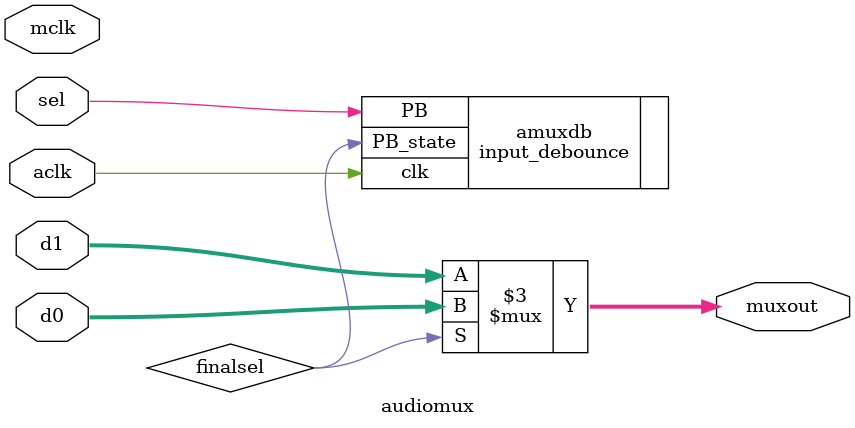
<source format=v>
module audiomux (

input  wire [15:0] d0,
input  wire [15:0] d1,
input  wire sel,
input  wire aclk,
input  wire mclk,
output reg signed [15:0] muxout
);
wire finalsel;
always@ (mclk)
 if (finalsel) 
 muxout <= $signed(d0); 
 else 
 muxout <= $signed(d1);

 input_debounce amuxdb (
	.clk(aclk),
	//.reset_n(RESET_DELAY_N),
	.PB(sel),
//	.PB_down(key_0)
	.PB_state(finalsel)
);

endmodule
</source>
